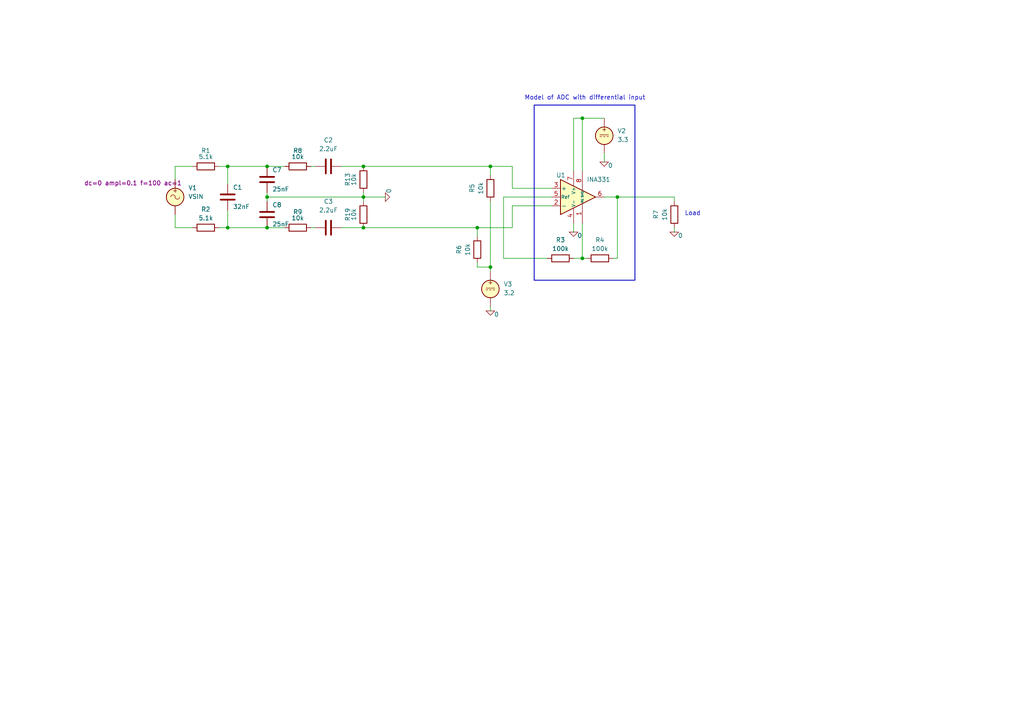
<source format=kicad_sch>
(kicad_sch (version 20250114) (generator "eeschema") (generator_version "9.0")
  (paper "A4")
  (lib_symbols
    (symbol "Device:C" (pin_numbers (hide yes)) (pin_names (offset 0.254))
      (property "Reference" "C" (at 0.635 2.54 0))
      (property "Value" "C" (at 0.635 -2.54 0))
      (symbol "C_0_1"
        (polyline (pts (xy -2.032 0.762) (xy 2.032 0.762)) (stroke (width 0.508)))
        (polyline (pts (xy -2.032 -0.762) (xy 2.032 -0.762)) (stroke (width 0.508)))
      )
      (symbol "C_1_1"
        (pin passive line (at 0 3.81 270) (length 2.794) (name "~") (number "1"))
        (pin passive line (at 0 -3.81 90) (length 2.794) (name "~") (number "2"))
      )
    )
    (symbol "Device:R" (pin_numbers (hide yes)) (pin_names (offset 0))
      (property "Reference" "R" (at 2.032 0 90))
      (property "Value" "R" (at 0 0 90))
      (symbol "R_0_1"
        (rectangle (start -1.016 -2.54) (end 1.016 2.54) (stroke (width 0.254)))
      )
      (symbol "R_1_1"
        (pin passive line (at 0 3.81 270) (length 1.27) (name "~") (number "1"))
        (pin passive line (at 0 -3.81 90) (length 1.27) (name "~") (number "2"))
      )
    )
    (symbol "Simulation_SPICE:0" (power) (pin_numbers (hide yes)) (pin_names (offset 0) (hide yes))
      (property "Value" "0" (at 0 -2.54 0))
      (symbol "0_0_1"
        (polyline (pts (xy -1.27 0) (xy 0 -1.27) (xy 1.27 0) (xy -1.27 0)))
      )
      (symbol "0_1_1"
        (pin power_in line (at 0 0 0) (length 0) (name "~") (number "1"))
      )
    )
    (symbol "Simulation_SPICE:VDC" (pin_numbers (hide yes)) (pin_names (offset 0.0254))
      (property "Reference" "V" (at 2.54 2.54 0))
      (property "Value" "1" (at 2.54 0 0))
      (symbol "VDC_0_0"
        (polyline (pts (xy -1.27 0.254) (xy 1.27 0.254)))
        (polyline (pts (xy -0.762 -0.254) (xy -1.27 -0.254)))
        (polyline (pts (xy 0.254 -0.254) (xy -0.254 -0.254)))
        (polyline (pts (xy 1.27 -0.254) (xy 0.762 -0.254)))
        (text "+" (at 0 1.905 0) (effects (font (size 1.27 1.27))))
      )
      (symbol "VDC_0_1"
        (circle (center 0 0) (radius 2.54) (stroke (width 0.254)) (fill (type background)))
      )
      (symbol "VDC_1_1"
        (pin passive line (at 0 5.08 270) (length 2.54) (name "~") (number "1"))
        (pin passive line (at 0 -5.08 90) (length 2.54) (name "~") (number "2"))
      )
    )
    (symbol "Simulation_SPICE:VSIN" (pin_numbers (hide yes)) (pin_names (offset 0.0254))
      (property "Reference" "V" (at 2.54 2.54 0))
      (property "Value" "VSIN" (at 2.54 0 0))
      (property "Sim.Params" "dc=0 ampl=1 f=1k ac=1" (at 2.54 -2.54 0))
      (symbol "VSIN_0_0"
        (arc (start -1.27 0) (mid -0.635 0.6323) (end 0 0))
        (arc (start 1.27 0) (mid 0.635 -0.6323) (end 0 0))
        (text "+" (at 0 1.905 0) (effects (font (size 1.27 1.27))))
      )
      (symbol "VSIN_0_1"
        (circle (center 0 0) (radius 2.54) (stroke (width 0.254)) (fill (type background)))
      )
      (symbol "VSIN_1_1"
        (pin passive line (at 0 5.08 270) (length 2.54) (name "~") (number "1"))
        (pin passive line (at 0 -5.08 90) (length 2.54) (name "~") (number "2"))
      )
    )
    (symbol "simulate-rescue:INA331-Amplifier_Instrumentation" (pin_names (offset 0.127))
      (property "Reference" "U" (at 3.81 3.81 0))
      (property "Value" "INA331-Amplifier_Instrumentation" (at 3.81 -2.54 0))
      (symbol "INA331-Amplifier_Instrumentation_0_1"
        (polyline (pts (xy 5.08 0) (xy -5.08 5.08) (xy -5.08 -5.08) (xy 5.08 0)) (stroke (width 0.254)) (fill (type background)))
      )
      (symbol "INA331-Amplifier_Instrumentation_1_1"
        (pin input line (at -7.62 2.54 0) (length 2.54) (name "+") (number "3"))
        (pin input line (at -7.62 0 0) (length 2.54) (name "Ref") (number "5"))
        (pin input line (at -7.62 -2.54 0) (length 2.54) (name "-") (number "2"))
        (pin power_in line (at -1.27 7.62 270) (length 4.4958) (name "V+") (number "7"))
        (pin power_in line (at -1.27 -7.62 90) (length 4.4958) (name "V-") (number "4"))
        (pin input line (at 1.27 7.62 270) (length 5.6896) (name "SHD") (number "8"))
        (pin input line (at 1.27 -7.62 90) (length 5.6896) (name "RG") (number "1"))
        (pin output line (at 7.62 0 180) (length 2.54) (name "~") (number "6"))
      )
    )
  )
  (rectangle (start 154.94 30.48) (end 184.15 81.28) (stroke (width 0.254)))
  (text "Model of ADC with differential input" (at 169.672 28.448 0) (effects (font (size 1.27 1.27))))
  (text "Load" (at 200.914 61.976 0) (effects (font (size 1.27 1.27))))
  (junction (at 168.91 34.29))
  (junction (at 66.04 66.04))
  (junction (at 105.41 57.15))
  (junction (at 142.24 77.47))
  (junction (at 142.24 48.26))
  (junction (at 179.07 57.15))
  (junction (at 105.41 66.04))
  (junction (at 105.41 48.26))
  (junction (at 138.43 66.04))
  (junction (at 77.47 48.26))
  (junction (at 77.47 66.04))
  (junction (at 168.91 74.93))
  (junction (at 77.47 57.15))
  (junction (at 66.04 48.26))
  (wire (pts (xy 195.58 58.42) (xy 195.58 57.15)))
  (wire (pts (xy 168.91 74.93) (xy 170.18 74.93)))
  (wire (pts (xy 142.24 58.42) (xy 142.24 77.47)))
  (wire (pts (xy 142.24 88.9) (xy 142.24 90.17)))
  (wire (pts (xy 166.37 64.77) (xy 166.37 67.31)))
  (wire (pts (xy 177.8 74.93) (xy 179.07 74.93)))
  (wire (pts (xy 105.41 57.15) (xy 105.41 58.42)))
  (wire (pts (xy 66.04 66.04) (xy 77.47 66.04)))
  (wire (pts (xy 50.8 66.04) (xy 55.88 66.04)))
  (wire (pts (xy 168.91 34.29) (xy 166.37 34.29)))
  (wire (pts (xy 66.04 48.26) (xy 77.47 48.26)))
  (wire (pts (xy 146.05 57.15) (xy 160.02 57.15)))
  (wire (pts (xy 77.47 66.04) (xy 82.55 66.04)))
  (wire (pts (xy 146.05 74.93) (xy 146.05 57.15)))
  (wire (pts (xy 175.26 44.45) (xy 175.26 46.99)))
  (wire (pts (xy 179.07 57.15) (xy 175.26 57.15)))
  (wire (pts (xy 138.43 76.2) (xy 138.43 77.47)))
  (wire (pts (xy 142.24 48.26) (xy 148.59 48.26)))
  (wire (pts (xy 138.43 66.04) (xy 138.43 68.58)))
  (wire (pts (xy 63.5 48.26) (xy 66.04 48.26)))
  (wire (pts (xy 90.17 66.04) (xy 91.44 66.04)))
  (wire (pts (xy 77.47 57.15) (xy 105.41 57.15)))
  (wire (pts (xy 148.59 59.69) (xy 160.02 59.69)))
  (wire (pts (xy 105.41 66.04) (xy 138.43 66.04)))
  (wire (pts (xy 50.8 52.07) (xy 50.8 48.26)))
  (wire (pts (xy 168.91 34.29) (xy 168.91 49.53)))
  (wire (pts (xy 66.04 66.04) (xy 66.04 60.96)))
  (wire (pts (xy 166.37 34.29) (xy 166.37 49.53)))
  (wire (pts (xy 142.24 77.47) (xy 142.24 78.74)))
  (wire (pts (xy 99.06 66.04) (xy 105.41 66.04)))
  (wire (pts (xy 63.5 66.04) (xy 66.04 66.04)))
  (wire (pts (xy 148.59 66.04) (xy 148.59 59.69)))
  (wire (pts (xy 142.24 48.26) (xy 142.24 50.8)))
  (wire (pts (xy 50.8 48.26) (xy 55.88 48.26)))
  (wire (pts (xy 66.04 48.26) (xy 66.04 53.34)))
  (wire (pts (xy 50.8 62.23) (xy 50.8 66.04)))
  (wire (pts (xy 77.47 55.88) (xy 77.47 57.15)))
  (wire (pts (xy 105.41 55.88) (xy 105.41 57.15)))
  (wire (pts (xy 105.41 57.15) (xy 111.76 57.15)))
  (wire (pts (xy 148.59 48.26) (xy 148.59 54.61)))
  (wire (pts (xy 166.37 74.93) (xy 168.91 74.93)))
  (wire (pts (xy 148.59 54.61) (xy 160.02 54.61)))
  (wire (pts (xy 195.58 66.04) (xy 195.58 67.31)))
  (wire (pts (xy 175.26 34.29) (xy 168.91 34.29)))
  (wire (pts (xy 138.43 77.47) (xy 142.24 77.47)))
  (wire (pts (xy 195.58 57.15) (xy 179.07 57.15)))
  (wire (pts (xy 138.43 66.04) (xy 148.59 66.04)))
  (wire (pts (xy 99.06 48.26) (xy 105.41 48.26)))
  (wire (pts (xy 146.05 74.93) (xy 158.75 74.93)))
  (wire (pts (xy 77.47 48.26) (xy 82.55 48.26)))
  (wire (pts (xy 77.47 57.15) (xy 77.47 58.42)))
  (wire (pts (xy 168.91 64.77) (xy 168.91 74.93)))
  (wire (pts (xy 179.07 74.93) (xy 179.07 57.15)))
  (wire (pts (xy 90.17 48.26) (xy 91.44 48.26)))
  (wire (pts (xy 105.41 48.26) (xy 142.24 48.26)))
  (symbol (lib_id "Device:C") (at 95.25 48.26 90) (unit 1)
    (property "Reference" "C2" (at 95.25 40.64 90))
    (property "Value" "2.2uF" (at 95.25 43.18 90))
    (property "Description" "Unpolarized capacitor" (effects (hide yes)))
  )
  (symbol (lib_id "Simulation_SPICE:0") (at 166.37 67.31 0) (unit 1)
    (property "Reference" "#GND02" (effects (hide yes)))
    (property "Value" "0" (at 168.148 68.326 0))
    (property "Datasheet" "https://ngspice.sourceforge.io/docs/ngspice-html-manual/manual.xhtml#subsec_Circuit_elements__device" (effects (hide yes)))
    (property "Description" "0V reference potential for simulation" (effects (hide yes)))
  )
  (symbol (lib_id "Device:R") (at 86.36 48.26 90) (unit 1)
    (property "Reference" "R8" (at 86.36 43.688 90))
    (property "Value" "10k" (at 86.36 45.466 90))
    (property "Description" "Resistor" (effects (hide yes)))
  )
  (symbol (lib_id "Simulation_SPICE:0") (at 142.24 90.17 0) (unit 1)
    (property "Reference" "#GND03" (effects (hide yes)))
    (property "Value" "0" (at 144.018 91.186 0))
    (property "Datasheet" "https://ngspice.sourceforge.io/docs/ngspice-html-manual/manual.xhtml#subsec_Circuit_elements__device" (effects (hide yes)))
    (property "Description" "0V reference potential for simulation" (effects (hide yes)))
  )
  (symbol (lib_id "Device:R") (at 162.56 74.93 90) (unit 1)
    (property "Reference" "R3" (at 162.56 69.596 90))
    (property "Value" "100k" (at 162.56 72.136 90))
    (property "Description" "Resistor" (effects (hide yes)))
  )
  (symbol (lib_id "Device:C") (at 66.04 57.15 0) (unit 1)
    (property "Reference" "C1" (at 67.564 54.356 0) (effects (justify left)))
    (property "Value" "32nF" (at 67.564 59.944 0) (effects (justify left)))
    (property "Description" "Unpolarized capacitor" (effects (hide yes)))
    (property "Sim.Device" "C" (effects (hide yes)))
    (property "Sim.Pins" "1=+ 2=-" (effects (hide yes)))
  )
  (symbol (lib_id "Device:R") (at 138.43 72.39 180) (unit 1)
    (property "Reference" "R6" (at 133.096 72.39 90))
    (property "Value" "10k" (at 135.636 72.39 90))
    (property "Description" "Resistor" (effects (hide yes)))
  )
  (symbol (lib_id "Device:R") (at 173.99 74.93 90) (unit 1)
    (property "Reference" "R4" (at 173.99 69.596 90))
    (property "Value" "100k" (at 173.99 72.136 90))
    (property "Description" "Resistor" (effects (hide yes)))
  )
  (symbol (lib_id "simulate-rescue:INA331-Amplifier_Instrumentation") (at 167.64 57.15 0) (unit 1)
    (property "Reference" "U1" (at 161.29 50.8 0) (effects (justify left)))
    (property "Value" "INA331" (at 170.18 52.07 0) (effects (justify left)))
    (property "Datasheet" "http://www.ti.com/lit/ds/symlink/ina282.pdf" (effects (hide yes)))
    (property "Sim.Library" "libs\\INA331.LIB" (effects (hide yes)))
    (property "Sim.Name" "INA331" (effects (hide yes)))
    (property "Sim.Pins" "1=1 2=2 3=3 4=4 5=5 6=6 7=7 8=8" (effects (hide yes)))
    (property "Sim.Device" "SUBCKT" (effects (hide yes)))
  )
  (symbol (lib_id "Device:R") (at 105.41 62.23 180) (unit 1)
    (property "Reference" "R19" (at 100.838 62.23 90))
    (property "Value" "10k" (at 102.616 62.23 90))
    (property "Description" "Resistor" (effects (hide yes)))
  )
  (symbol (lib_id "Device:R") (at 195.58 62.23 180) (unit 1)
    (property "Reference" "R7" (at 190.246 62.23 90))
    (property "Value" "10k" (at 192.786 62.23 90))
    (property "Description" "Resistor" (effects (hide yes)))
  )
  (symbol (lib_id "Simulation_SPICE:VSIN") (at 50.8 57.15 0) (unit 1)
    (property "Reference" "V1" (at 54.61 54.4801 0) (effects (justify left)))
    (property "Value" "VSIN" (at 54.61 57.0201 0) (effects (justify left)))
    (property "Datasheet" "https://ngspice.sourceforge.io/docs/ngspice-html-manual/manual.xhtml#sec_Independent_Sources_for" (effects (hide yes)))
    (property "Description" "Voltage source, sinusoidal" (effects (hide yes)))
    (property "Sim.Pins" "1=+ 2=-" (effects (hide yes)))
    (property "Sim.Params" "dc=0 ampl=0.1 f=100 ac=1" (at 24.384 53.086 0) (effects (justify left)))
    (property "Sim.Type" "SIN" (effects (hide yes)))
    (property "Sim.Device" "V" (effects (hide yes)))
  )
  (symbol (lib_id "Simulation_SPICE:0") (at 195.58 67.31 0) (unit 1)
    (property "Reference" "#GND04" (effects (hide yes)))
    (property "Value" "0" (at 197.358 68.326 0))
    (property "Datasheet" "https://ngspice.sourceforge.io/docs/ngspice-html-manual/manual.xhtml#subsec_Circuit_elements__device" (effects (hide yes)))
    (property "Description" "0V reference potential for simulation" (effects (hide yes)))
  )
  (symbol (lib_id "Device:R") (at 105.41 52.07 180) (unit 1)
    (property "Reference" "R13" (at 100.838 52.07 90))
    (property "Value" "10k" (at 102.616 52.07 90))
    (property "Description" "Resistor" (effects (hide yes)))
  )
  (symbol (lib_id "Device:R") (at 142.24 54.61 180) (unit 1)
    (property "Reference" "R5" (at 136.906 54.61 90))
    (property "Value" "10k" (at 139.446 54.61 90))
    (property "Description" "Resistor" (effects (hide yes)))
  )
  (symbol (lib_id "Device:C") (at 77.47 62.23 0) (unit 1)
    (property "Reference" "C8" (at 78.994 59.436 0) (effects (justify left)))
    (property "Value" "25nF" (at 78.994 65.024 0) (effects (justify left)))
    (property "Description" "Unpolarized capacitor" (effects (hide yes)))
  )
  (symbol (lib_id "Device:C") (at 95.25 66.04 90) (unit 1)
    (property "Reference" "C3" (at 95.25 58.42 90))
    (property "Value" "2.2uF" (at 95.25 60.96 90))
    (property "Description" "Unpolarized capacitor" (effects (hide yes)))
  )
  (symbol (lib_id "Simulation_SPICE:0") (at 111.76 57.15 90) (unit 1)
    (property "Reference" "#GND013" (effects (hide yes)))
    (property "Value" "0" (at 112.776 55.372 0))
    (property "Datasheet" "https://ngspice.sourceforge.io/docs/ngspice-html-manual/manual.xhtml#subsec_Circuit_elements__device" (effects (hide yes)))
    (property "Description" "0V reference potential for simulation" (effects (hide yes)))
  )
  (symbol (lib_id "Device:R") (at 86.36 66.04 90) (unit 1)
    (property "Reference" "R9" (at 86.36 61.468 90))
    (property "Value" "10k" (at 86.36 63.246 90))
    (property "Description" "Resistor" (effects (hide yes)))
  )
  (symbol (lib_id "Simulation_SPICE:VDC") (at 142.24 83.82 0) (unit 1)
    (property "Reference" "V3" (at 146.05 82.4201 0) (effects (justify left)))
    (property "Value" "3.2" (at 146.05 84.9601 0) (effects (justify left)))
    (property "Datasheet" "https://ngspice.sourceforge.io/docs/ngspice-html-manual/manual.xhtml#sec_Independent_Sources_for" (effects (hide yes)))
    (property "Description" "Voltage source, DC" (effects (hide yes)))
    (property "Sim.Pins" "1=+ 2=-" (effects (hide yes)))
    (property "Sim.Type" "DC" (effects (hide yes)))
    (property "Sim.Device" "V" (effects (hide yes)))
  )
  (symbol (lib_id "Device:C") (at 77.47 52.07 0) (unit 1)
    (property "Reference" "C7" (at 78.994 49.276 0) (effects (justify left)))
    (property "Value" "25nF" (at 78.994 54.864 0) (effects (justify left)))
    (property "Description" "Unpolarized capacitor" (effects (hide yes)))
  )
  (symbol (lib_id "Device:R") (at 59.69 66.04 90) (unit 1)
    (property "Reference" "R2" (at 59.69 60.706 90))
    (property "Value" "5.1k" (at 59.69 63.246 90))
    (property "Description" "Resistor" (effects (hide yes)))
  )
  (symbol (lib_id "Simulation_SPICE:VDC") (at 175.26 39.37 0) (unit 1)
    (property "Reference" "V2" (at 179.07 37.9701 0) (effects (justify left)))
    (property "Value" "3.3" (at 179.07 40.5101 0) (effects (justify left)))
    (property "Datasheet" "https://ngspice.sourceforge.io/docs/ngspice-html-manual/manual.xhtml#sec_Independent_Sources_for" (effects (hide yes)))
    (property "Description" "Voltage source, DC" (effects (hide yes)))
    (property "Sim.Pins" "1=+ 2=-" (effects (hide yes)))
    (property "Sim.Type" "DC" (effects (hide yes)))
    (property "Sim.Device" "V" (effects (hide yes)))
  )
  (symbol (lib_id "Device:R") (at 59.69 48.26 90) (unit 1)
    (property "Reference" "R1" (at 59.69 43.688 90))
    (property "Value" "5.1k" (at 59.69 45.466 90))
    (property "Description" "Resistor" (effects (hide yes)))
  )
  (symbol (lib_id "Simulation_SPICE:0") (at 175.26 46.99 0) (unit 1)
    (property "Reference" "#GND01" (effects (hide yes)))
    (property "Value" "0" (at 177.038 48.006 0))
    (property "Datasheet" "https://ngspice.sourceforge.io/docs/ngspice-html-manual/manual.xhtml#subsec_Circuit_elements__device" (effects (hide yes)))
    (property "Description" "0V reference potential for simulation" (effects (hide yes)))
  )
)
</source>
